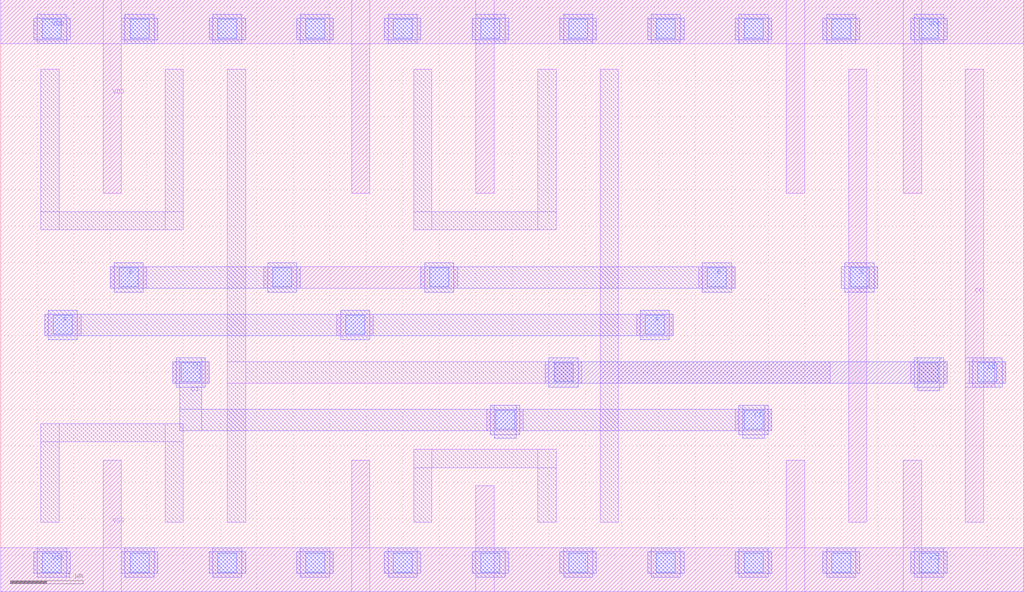
<source format=lef>
# Copyright 2022 Google LLC
# Licensed under the Apache License, Version 2.0 (the "License");
# you may not use this file except in compliance with the License.
# You may obtain a copy of the License at
#
#      http://www.apache.org/licenses/LICENSE-2.0
#
# Unless required by applicable law or agreed to in writing, software
# distributed under the License is distributed on an "AS IS" BASIS,
# WITHOUT WARRANTIES OR CONDITIONS OF ANY KIND, either express or implied.
# See the License for the specific language governing permissions and
# limitations under the License.
VERSION 5.7 ;
BUSBITCHARS "[]" ;
DIVIDERCHAR "/" ;

MACRO gf180mcu_osu_sc_12T_addf_1
  CLASS CORE ;
  ORIGIN 0 0 ;
  FOREIGN gf180mcu_osu_sc_12T_addf_1 0 0 ;
  SIZE 14 BY 8.1 ;
  SYMMETRY X Y ;
  SITE 12T ;
  PIN A
    DIRECTION INPUT ;
    USE SIGNAL ;
    PORT
      LAYER MET1 ;
        RECT 8.7 3.5 9.2 3.8 ;
        RECT 4.6 3.5 5.1 3.8 ;
        RECT 0.6 3.5 1.1 3.8 ;
      LAYER MET2 ;
        RECT 0.6 3.5 9.2 3.8 ;
        RECT 8.75 3.45 9.15 3.85 ;
        RECT 4.65 3.45 5.05 3.85 ;
        RECT 0.65 3.45 1.05 3.85 ;
      LAYER VIA12 ;
        RECT 0.72 3.52 0.98 3.78 ;
        RECT 4.72 3.52 4.98 3.78 ;
        RECT 8.82 3.52 9.08 3.78 ;
    END
  END A
  PIN B
    DIRECTION INPUT ;
    USE SIGNAL ;
    PORT
      LAYER MET1 ;
        RECT 9.55 4.15 10.05 4.45 ;
        RECT 3.6 4.15 6.25 4.45 ;
        RECT 1.5 4.15 2 4.45 ;
      LAYER MET2 ;
        RECT 5.75 4.15 10.05 4.45 ;
        RECT 9.6 4.1 10 4.5 ;
        RECT 5.8 4.1 6.2 4.5 ;
        RECT 1.5 4.15 4.1 4.45 ;
        RECT 3.65 4.1 4.05 4.5 ;
        RECT 1.55 4.1 1.95 4.5 ;
      LAYER VIA12 ;
        RECT 1.62 4.17 1.88 4.43 ;
        RECT 3.72 4.17 3.98 4.43 ;
        RECT 5.87 4.17 6.13 4.43 ;
        RECT 9.67 4.17 9.93 4.43 ;
    END
  END B
  PIN CI
    DIRECTION INPUT ;
    USE SIGNAL ;
    PORT
      LAYER MET1 ;
        RECT 10.05 2.2 10.55 2.5 ;
        RECT 6.65 2.2 7.15 2.5 ;
        RECT 2.35 2.85 2.85 3.15 ;
      LAYER MET2 ;
        RECT 2.45 2.2 10.55 2.5 ;
        RECT 10.1 2.15 10.5 2.55 ;
        RECT 10.15 2.1 10.45 2.55 ;
        RECT 6.7 2.15 7.1 2.55 ;
        RECT 6.75 2.1 7.05 2.55 ;
        RECT 2.35 2.85 2.85 3.15 ;
        RECT 2.4 2.8 2.8 3.2 ;
        RECT 2.45 2.2 2.75 3.2 ;
      LAYER VIA12 ;
        RECT 2.47 2.87 2.73 3.13 ;
        RECT 6.77 2.22 7.03 2.48 ;
        RECT 10.17 2.22 10.43 2.48 ;
    END
  END CI
  PIN CO
    DIRECTION OUTPUT ;
    USE SIGNAL ;
    PORT
      LAYER MET1 ;
        RECT 13.2 2.85 13.75 3.15 ;
        RECT 13.2 2.8 13.6 3.2 ;
        RECT 13.2 0.95 13.45 7.15 ;
      LAYER MET2 ;
        RECT 13.25 2.85 13.75 3.15 ;
        RECT 13.3 2.8 13.7 3.2 ;
      LAYER VIA12 ;
        RECT 13.37 2.87 13.63 3.13 ;
    END
  END CO
  PIN S
    DIRECTION OUTPUT ;
    USE SIGNAL ;
    PORT
      LAYER MET1 ;
        RECT 11.6 4.15 12 4.45 ;
        RECT 11.6 0.95 11.85 7.15 ;
      LAYER MET2 ;
        RECT 11.5 4.15 12 4.45 ;
        RECT 11.55 4.1 11.95 4.5 ;
      LAYER VIA12 ;
        RECT 11.62 4.17 11.88 4.43 ;
    END
  END S
  PIN VDD
    DIRECTION INOUT ;
    USE POWER ;
    SHAPE ABUTMENT ;
    PORT
      LAYER MET1 ;
        RECT 0 7.5 14 8.1 ;
        RECT 12.35 5.45 12.6 8.1 ;
        RECT 10.75 5.45 11 8.1 ;
        RECT 6.5 5.45 6.75 8.1 ;
        RECT 4.8 5.45 5.05 8.1 ;
        RECT 1.4 5.45 1.65 8.1 ;
      LAYER MET2 ;
        RECT 12.45 7.55 12.95 7.85 ;
        RECT 12.5 7.5 12.9 7.9 ;
        RECT 11.25 7.55 11.75 7.85 ;
        RECT 11.3 7.5 11.7 7.9 ;
        RECT 10.05 7.55 10.55 7.85 ;
        RECT 10.1 7.5 10.5 7.9 ;
        RECT 8.85 7.55 9.35 7.85 ;
        RECT 8.9 7.5 9.3 7.9 ;
        RECT 7.65 7.55 8.15 7.85 ;
        RECT 7.7 7.5 8.1 7.9 ;
        RECT 6.45 7.55 6.95 7.85 ;
        RECT 6.5 7.5 6.9 7.9 ;
        RECT 5.25 7.55 5.75 7.85 ;
        RECT 5.3 7.5 5.7 7.9 ;
        RECT 4.05 7.55 4.55 7.85 ;
        RECT 4.1 7.5 4.5 7.9 ;
        RECT 2.85 7.55 3.35 7.85 ;
        RECT 2.9 7.5 3.3 7.9 ;
        RECT 1.65 7.55 2.15 7.85 ;
        RECT 1.7 7.5 2.1 7.9 ;
        RECT 0.45 7.55 0.95 7.85 ;
        RECT 0.5 7.5 0.9 7.9 ;
      LAYER VIA12 ;
        RECT 0.57 7.57 0.83 7.83 ;
        RECT 1.77 7.57 2.03 7.83 ;
        RECT 2.97 7.57 3.23 7.83 ;
        RECT 4.17 7.57 4.43 7.83 ;
        RECT 5.37 7.57 5.63 7.83 ;
        RECT 6.57 7.57 6.83 7.83 ;
        RECT 7.77 7.57 8.03 7.83 ;
        RECT 8.97 7.57 9.23 7.83 ;
        RECT 10.17 7.57 10.43 7.83 ;
        RECT 11.37 7.57 11.63 7.83 ;
        RECT 12.57 7.57 12.83 7.83 ;
    END
  END VDD
  PIN VSS
    DIRECTION INOUT ;
    USE GROUND ;
    PORT
      LAYER MET1 ;
        RECT 0 0 14 0.6 ;
        RECT 12.35 0 12.6 1.8 ;
        RECT 10.75 0 11 1.8 ;
        RECT 6.5 0 6.75 1.45 ;
        RECT 4.8 0 5.05 1.8 ;
        RECT 1.4 0 1.65 1.8 ;
      LAYER MET2 ;
        RECT 12.45 0.25 12.95 0.55 ;
        RECT 12.5 0.2 12.9 0.6 ;
        RECT 11.25 0.25 11.75 0.55 ;
        RECT 11.3 0.2 11.7 0.6 ;
        RECT 10.05 0.25 10.55 0.55 ;
        RECT 10.1 0.2 10.5 0.6 ;
        RECT 8.85 0.25 9.35 0.55 ;
        RECT 8.9 0.2 9.3 0.6 ;
        RECT 7.65 0.25 8.15 0.55 ;
        RECT 7.7 0.2 8.1 0.6 ;
        RECT 6.45 0.25 6.95 0.55 ;
        RECT 6.5 0.2 6.9 0.6 ;
        RECT 5.25 0.25 5.75 0.55 ;
        RECT 5.3 0.2 5.7 0.6 ;
        RECT 4.05 0.25 4.55 0.55 ;
        RECT 4.1 0.2 4.5 0.6 ;
        RECT 2.85 0.25 3.35 0.55 ;
        RECT 2.9 0.2 3.3 0.6 ;
        RECT 1.65 0.25 2.15 0.55 ;
        RECT 1.7 0.2 2.1 0.6 ;
        RECT 0.45 0.25 0.95 0.55 ;
        RECT 0.5 0.2 0.9 0.6 ;
      LAYER VIA12 ;
        RECT 0.57 0.27 0.83 0.53 ;
        RECT 1.77 0.27 2.03 0.53 ;
        RECT 2.97 0.27 3.23 0.53 ;
        RECT 4.17 0.27 4.43 0.53 ;
        RECT 5.37 0.27 5.63 0.53 ;
        RECT 6.57 0.27 6.83 0.53 ;
        RECT 7.77 0.27 8.03 0.53 ;
        RECT 8.97 0.27 9.23 0.53 ;
        RECT 10.17 0.27 10.43 0.53 ;
        RECT 11.37 0.27 11.63 0.53 ;
        RECT 12.57 0.27 12.83 0.53 ;
    END
  END VSS
  OBS
    LAYER MET2 ;
      RECT 12.5 2.8 12.9 3.2 ;
      RECT 7.5 2.8 7.9 3.2 ;
      RECT 7.45 2.85 12.95 3.15 ;
      RECT 12.55 2.75 12.85 3.2 ;
    LAYER VIA12 ;
      RECT 12.57 2.87 12.83 3.13 ;
      RECT 7.57 2.87 7.83 3.13 ;
    LAYER MET1 ;
      RECT 8.2 0.95 8.45 7.15 ;
      RECT 8.2 2.85 11.35 3.15 ;
      RECT 3.1 0.95 3.35 7.15 ;
      RECT 3.1 2.85 7.95 3.15 ;
      RECT 5.65 1.7 7.6 1.95 ;
      RECT 7.35 0.95 7.6 1.95 ;
      RECT 5.65 0.95 5.9 1.95 ;
      RECT 7.35 4.95 7.6 7.15 ;
      RECT 5.65 4.95 5.9 7.15 ;
      RECT 5.65 4.95 7.6 5.2 ;
      RECT 0.55 2.05 2.5 2.3 ;
      RECT 2.25 0.95 2.5 2.3 ;
      RECT 0.55 0.95 0.8 2.3 ;
      RECT 2.25 4.95 2.5 7.15 ;
      RECT 0.55 4.95 0.8 7.15 ;
      RECT 0.55 4.95 2.5 5.2 ;
      RECT 12.45 2.85 12.95 3.15 ;
  END
END gf180mcu_osu_sc_12T_addf_1

</source>
